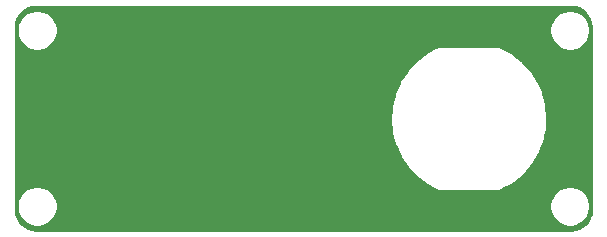
<source format=gtl>
G04 #@! TF.GenerationSoftware,KiCad,Pcbnew,(5.1.10)-1*
G04 #@! TF.CreationDate,2022-01-19T22:36:39+01:00*
G04 #@! TF.ProjectId,ELPanelFront,454c5061-6e65-46c4-9672-6f6e742e6b69,3.0*
G04 #@! TF.SameCoordinates,Original*
G04 #@! TF.FileFunction,Copper,L1,Top*
G04 #@! TF.FilePolarity,Positive*
%FSLAX46Y46*%
G04 Gerber Fmt 4.6, Leading zero omitted, Abs format (unit mm)*
G04 Created by KiCad (PCBNEW (5.1.10)-1) date 2022-01-19 22:36:39*
%MOMM*%
%LPD*%
G01*
G04 APERTURE LIST*
G04 #@! TA.AperFunction,NonConductor*
%ADD10C,0.254000*%
G04 #@! TD*
G04 #@! TA.AperFunction,NonConductor*
%ADD11C,0.100000*%
G04 #@! TD*
G04 APERTURE END LIST*
D10*
X178777638Y-96695290D02*
X179092802Y-96790444D01*
X179383481Y-96945000D01*
X179638600Y-97153071D01*
X179848450Y-97406736D01*
X180005030Y-97696323D01*
X180102383Y-98010820D01*
X180140000Y-98368721D01*
X180140001Y-113817712D01*
X180104710Y-114177638D01*
X180009556Y-114492802D01*
X179855000Y-114783481D01*
X179646929Y-115038600D01*
X179393264Y-115248450D01*
X179103673Y-115405032D01*
X178789181Y-115502383D01*
X178431279Y-115540000D01*
X133182278Y-115540000D01*
X132822362Y-115504710D01*
X132507198Y-115409556D01*
X132216519Y-115255000D01*
X131961400Y-115046929D01*
X131751550Y-114793264D01*
X131594968Y-114503673D01*
X131497617Y-114189181D01*
X131460000Y-113831279D01*
X131460000Y-113379117D01*
X131515000Y-113379117D01*
X131515000Y-113720883D01*
X131581675Y-114056081D01*
X131712463Y-114371831D01*
X131902337Y-114655998D01*
X132144002Y-114897663D01*
X132428169Y-115087537D01*
X132743919Y-115218325D01*
X133079117Y-115285000D01*
X133420883Y-115285000D01*
X133756081Y-115218325D01*
X134071831Y-115087537D01*
X134355998Y-114897663D01*
X134597663Y-114655998D01*
X134787537Y-114371831D01*
X134918325Y-114056081D01*
X134985000Y-113720883D01*
X134985000Y-113379117D01*
X176615000Y-113379117D01*
X176615000Y-113720883D01*
X176681675Y-114056081D01*
X176812463Y-114371831D01*
X177002337Y-114655998D01*
X177244002Y-114897663D01*
X177528169Y-115087537D01*
X177843919Y-115218325D01*
X178179117Y-115285000D01*
X178520883Y-115285000D01*
X178856081Y-115218325D01*
X179171831Y-115087537D01*
X179455998Y-114897663D01*
X179697663Y-114655998D01*
X179887537Y-114371831D01*
X180018325Y-114056081D01*
X180085000Y-113720883D01*
X180085000Y-113379117D01*
X180018325Y-113043919D01*
X179887537Y-112728169D01*
X179697663Y-112444002D01*
X179455998Y-112202337D01*
X179171831Y-112012463D01*
X178856081Y-111881675D01*
X178520883Y-111815000D01*
X178179117Y-111815000D01*
X177843919Y-111881675D01*
X177528169Y-112012463D01*
X177244002Y-112202337D01*
X177002337Y-112444002D01*
X176812463Y-112728169D01*
X176681675Y-113043919D01*
X176615000Y-113379117D01*
X134985000Y-113379117D01*
X134918325Y-113043919D01*
X134787537Y-112728169D01*
X134597663Y-112444002D01*
X134355998Y-112202337D01*
X134071831Y-112012463D01*
X133756081Y-111881675D01*
X133420883Y-111815000D01*
X133079117Y-111815000D01*
X132743919Y-111881675D01*
X132428169Y-112012463D01*
X132144002Y-112202337D01*
X131902337Y-112444002D01*
X131712463Y-112728169D01*
X131581675Y-113043919D01*
X131515000Y-113379117D01*
X131460000Y-113379117D01*
X131460000Y-106127263D01*
X163142056Y-106127263D01*
X163142618Y-106173302D01*
X163142056Y-106219342D01*
X163143377Y-106235414D01*
X163235911Y-107214312D01*
X163243986Y-107259646D01*
X163250950Y-107305154D01*
X163254875Y-107320778D01*
X163254878Y-107320795D01*
X163254883Y-107320809D01*
X163506048Y-108271435D01*
X163521419Y-108314842D01*
X163535722Y-108358601D01*
X163542148Y-108373378D01*
X163542152Y-108373390D01*
X163542157Y-108373400D01*
X163945214Y-109270243D01*
X163967467Y-109310555D01*
X163988726Y-109351393D01*
X163997478Y-109364921D01*
X163997484Y-109364932D01*
X163997490Y-109364940D01*
X164541614Y-110183912D01*
X164570140Y-110220033D01*
X164597795Y-110256866D01*
X164608641Y-110268785D01*
X164608648Y-110268793D01*
X164608655Y-110268799D01*
X165279232Y-110987905D01*
X165313289Y-111018895D01*
X165346574Y-111050703D01*
X165359221Y-111060690D01*
X165359229Y-111060698D01*
X165359237Y-111060703D01*
X166138258Y-111660630D01*
X166176917Y-111685640D01*
X166214953Y-111711586D01*
X166229054Y-111719369D01*
X166229070Y-111719380D01*
X166229085Y-111719387D01*
X167038978Y-112153647D01*
X167039538Y-112154106D01*
X167154248Y-112215291D01*
X167278691Y-112252922D01*
X167375663Y-112262388D01*
X172235089Y-112258147D01*
X172332044Y-112248512D01*
X172456421Y-112210664D01*
X172493772Y-112190658D01*
X172597291Y-112144025D01*
X172617215Y-112133004D01*
X172638099Y-112123923D01*
X172652217Y-112116130D01*
X173507158Y-111630455D01*
X173545187Y-111604514D01*
X173583852Y-111579500D01*
X173596499Y-111569512D01*
X173596508Y-111569506D01*
X173596515Y-111569499D01*
X174360646Y-110950718D01*
X174393939Y-110918903D01*
X174427987Y-110887921D01*
X174438833Y-110876001D01*
X174438841Y-110875994D01*
X174438846Y-110875987D01*
X175091654Y-110140713D01*
X175119296Y-110103897D01*
X175147836Y-110067759D01*
X175156596Y-110054219D01*
X175680552Y-109222190D01*
X175701818Y-109181339D01*
X175724064Y-109141040D01*
X175730495Y-109126251D01*
X176111524Y-108219818D01*
X176125828Y-108176054D01*
X176141197Y-108132652D01*
X176145126Y-108117012D01*
X176372995Y-107160519D01*
X176379957Y-107115021D01*
X176388034Y-107069676D01*
X176389355Y-107053604D01*
X176457944Y-106072738D01*
X176457382Y-106026698D01*
X176457944Y-105980658D01*
X176456623Y-105964586D01*
X176364089Y-104985688D01*
X176356014Y-104940354D01*
X176349050Y-104894846D01*
X176345125Y-104879222D01*
X176345122Y-104879205D01*
X176345117Y-104879191D01*
X176093951Y-103928565D01*
X176078588Y-103885180D01*
X176064278Y-103841399D01*
X176057848Y-103826611D01*
X175654786Y-102929757D01*
X175632533Y-102889445D01*
X175611274Y-102848607D01*
X175602515Y-102835067D01*
X175058386Y-102016088D01*
X175029851Y-101979956D01*
X175002205Y-101943135D01*
X174991352Y-101931207D01*
X174320768Y-101212095D01*
X174286708Y-101181102D01*
X174253426Y-101149298D01*
X174240771Y-101139303D01*
X173461742Y-100539370D01*
X173423082Y-100514359D01*
X173385048Y-100488414D01*
X173370941Y-100480627D01*
X173370930Y-100480620D01*
X173370920Y-100480616D01*
X172561022Y-100046353D01*
X172560462Y-100045894D01*
X172445752Y-99984709D01*
X172321309Y-99947078D01*
X172224337Y-99937612D01*
X167364912Y-99941853D01*
X167267956Y-99951488D01*
X167143579Y-99989336D01*
X167106228Y-100009342D01*
X167002708Y-100055975D01*
X166982779Y-100066999D01*
X166961902Y-100076077D01*
X166947784Y-100083870D01*
X166092842Y-100569544D01*
X166054804Y-100595492D01*
X166016148Y-100620500D01*
X166003492Y-100630495D01*
X165239354Y-101249282D01*
X165206061Y-101281097D01*
X165172013Y-101312079D01*
X165161167Y-101323999D01*
X165161159Y-101324006D01*
X165161154Y-101324013D01*
X164508346Y-102059287D01*
X164480704Y-102096103D01*
X164452164Y-102132241D01*
X164443404Y-102145781D01*
X163919447Y-102977811D01*
X163898181Y-103018662D01*
X163875936Y-103058960D01*
X163869505Y-103073749D01*
X163488476Y-103980182D01*
X163474177Y-104023931D01*
X163458802Y-104067348D01*
X163454874Y-104082989D01*
X163227005Y-105039481D01*
X163220039Y-105084999D01*
X163211966Y-105130324D01*
X163210646Y-105146380D01*
X163210644Y-105146395D01*
X163210644Y-105146408D01*
X163142056Y-106127263D01*
X131460000Y-106127263D01*
X131460000Y-98479117D01*
X131515000Y-98479117D01*
X131515000Y-98820883D01*
X131581675Y-99156081D01*
X131712463Y-99471831D01*
X131902337Y-99755998D01*
X132144002Y-99997663D01*
X132428169Y-100187537D01*
X132743919Y-100318325D01*
X133079117Y-100385000D01*
X133420883Y-100385000D01*
X133756081Y-100318325D01*
X134071831Y-100187537D01*
X134355998Y-99997663D01*
X134597663Y-99755998D01*
X134787537Y-99471831D01*
X134918325Y-99156081D01*
X134985000Y-98820883D01*
X134985000Y-98479117D01*
X176615000Y-98479117D01*
X176615000Y-98820883D01*
X176681675Y-99156081D01*
X176812463Y-99471831D01*
X177002337Y-99755998D01*
X177244002Y-99997663D01*
X177528169Y-100187537D01*
X177843919Y-100318325D01*
X178179117Y-100385000D01*
X178520883Y-100385000D01*
X178856081Y-100318325D01*
X179171831Y-100187537D01*
X179455998Y-99997663D01*
X179697663Y-99755998D01*
X179887537Y-99471831D01*
X180018325Y-99156081D01*
X180085000Y-98820883D01*
X180085000Y-98479117D01*
X180018325Y-98143919D01*
X179887537Y-97828169D01*
X179697663Y-97544002D01*
X179455998Y-97302337D01*
X179171831Y-97112463D01*
X178856081Y-96981675D01*
X178520883Y-96915000D01*
X178179117Y-96915000D01*
X177843919Y-96981675D01*
X177528169Y-97112463D01*
X177244002Y-97302337D01*
X177002337Y-97544002D01*
X176812463Y-97828169D01*
X176681675Y-98143919D01*
X176615000Y-98479117D01*
X134985000Y-98479117D01*
X134918325Y-98143919D01*
X134787537Y-97828169D01*
X134597663Y-97544002D01*
X134355998Y-97302337D01*
X134071831Y-97112463D01*
X133756081Y-96981675D01*
X133420883Y-96915000D01*
X133079117Y-96915000D01*
X132743919Y-96981675D01*
X132428169Y-97112463D01*
X132144002Y-97302337D01*
X131902337Y-97544002D01*
X131712463Y-97828169D01*
X131581675Y-98143919D01*
X131515000Y-98479117D01*
X131460000Y-98479117D01*
X131460000Y-98382278D01*
X131495290Y-98022362D01*
X131590444Y-97707198D01*
X131745000Y-97416519D01*
X131953071Y-97161400D01*
X132206736Y-96951550D01*
X132496323Y-96794970D01*
X132810820Y-96697617D01*
X133168721Y-96660000D01*
X178417722Y-96660000D01*
X178777638Y-96695290D01*
G04 #@! TA.AperFunction,NonConductor*
D11*
G36*
X178777638Y-96695290D02*
G01*
X179092802Y-96790444D01*
X179383481Y-96945000D01*
X179638600Y-97153071D01*
X179848450Y-97406736D01*
X180005030Y-97696323D01*
X180102383Y-98010820D01*
X180140000Y-98368721D01*
X180140001Y-113817712D01*
X180104710Y-114177638D01*
X180009556Y-114492802D01*
X179855000Y-114783481D01*
X179646929Y-115038600D01*
X179393264Y-115248450D01*
X179103673Y-115405032D01*
X178789181Y-115502383D01*
X178431279Y-115540000D01*
X133182278Y-115540000D01*
X132822362Y-115504710D01*
X132507198Y-115409556D01*
X132216519Y-115255000D01*
X131961400Y-115046929D01*
X131751550Y-114793264D01*
X131594968Y-114503673D01*
X131497617Y-114189181D01*
X131460000Y-113831279D01*
X131460000Y-113379117D01*
X131515000Y-113379117D01*
X131515000Y-113720883D01*
X131581675Y-114056081D01*
X131712463Y-114371831D01*
X131902337Y-114655998D01*
X132144002Y-114897663D01*
X132428169Y-115087537D01*
X132743919Y-115218325D01*
X133079117Y-115285000D01*
X133420883Y-115285000D01*
X133756081Y-115218325D01*
X134071831Y-115087537D01*
X134355998Y-114897663D01*
X134597663Y-114655998D01*
X134787537Y-114371831D01*
X134918325Y-114056081D01*
X134985000Y-113720883D01*
X134985000Y-113379117D01*
X176615000Y-113379117D01*
X176615000Y-113720883D01*
X176681675Y-114056081D01*
X176812463Y-114371831D01*
X177002337Y-114655998D01*
X177244002Y-114897663D01*
X177528169Y-115087537D01*
X177843919Y-115218325D01*
X178179117Y-115285000D01*
X178520883Y-115285000D01*
X178856081Y-115218325D01*
X179171831Y-115087537D01*
X179455998Y-114897663D01*
X179697663Y-114655998D01*
X179887537Y-114371831D01*
X180018325Y-114056081D01*
X180085000Y-113720883D01*
X180085000Y-113379117D01*
X180018325Y-113043919D01*
X179887537Y-112728169D01*
X179697663Y-112444002D01*
X179455998Y-112202337D01*
X179171831Y-112012463D01*
X178856081Y-111881675D01*
X178520883Y-111815000D01*
X178179117Y-111815000D01*
X177843919Y-111881675D01*
X177528169Y-112012463D01*
X177244002Y-112202337D01*
X177002337Y-112444002D01*
X176812463Y-112728169D01*
X176681675Y-113043919D01*
X176615000Y-113379117D01*
X134985000Y-113379117D01*
X134918325Y-113043919D01*
X134787537Y-112728169D01*
X134597663Y-112444002D01*
X134355998Y-112202337D01*
X134071831Y-112012463D01*
X133756081Y-111881675D01*
X133420883Y-111815000D01*
X133079117Y-111815000D01*
X132743919Y-111881675D01*
X132428169Y-112012463D01*
X132144002Y-112202337D01*
X131902337Y-112444002D01*
X131712463Y-112728169D01*
X131581675Y-113043919D01*
X131515000Y-113379117D01*
X131460000Y-113379117D01*
X131460000Y-106127263D01*
X163142056Y-106127263D01*
X163142618Y-106173302D01*
X163142056Y-106219342D01*
X163143377Y-106235414D01*
X163235911Y-107214312D01*
X163243986Y-107259646D01*
X163250950Y-107305154D01*
X163254875Y-107320778D01*
X163254878Y-107320795D01*
X163254883Y-107320809D01*
X163506048Y-108271435D01*
X163521419Y-108314842D01*
X163535722Y-108358601D01*
X163542148Y-108373378D01*
X163542152Y-108373390D01*
X163542157Y-108373400D01*
X163945214Y-109270243D01*
X163967467Y-109310555D01*
X163988726Y-109351393D01*
X163997478Y-109364921D01*
X163997484Y-109364932D01*
X163997490Y-109364940D01*
X164541614Y-110183912D01*
X164570140Y-110220033D01*
X164597795Y-110256866D01*
X164608641Y-110268785D01*
X164608648Y-110268793D01*
X164608655Y-110268799D01*
X165279232Y-110987905D01*
X165313289Y-111018895D01*
X165346574Y-111050703D01*
X165359221Y-111060690D01*
X165359229Y-111060698D01*
X165359237Y-111060703D01*
X166138258Y-111660630D01*
X166176917Y-111685640D01*
X166214953Y-111711586D01*
X166229054Y-111719369D01*
X166229070Y-111719380D01*
X166229085Y-111719387D01*
X167038978Y-112153647D01*
X167039538Y-112154106D01*
X167154248Y-112215291D01*
X167278691Y-112252922D01*
X167375663Y-112262388D01*
X172235089Y-112258147D01*
X172332044Y-112248512D01*
X172456421Y-112210664D01*
X172493772Y-112190658D01*
X172597291Y-112144025D01*
X172617215Y-112133004D01*
X172638099Y-112123923D01*
X172652217Y-112116130D01*
X173507158Y-111630455D01*
X173545187Y-111604514D01*
X173583852Y-111579500D01*
X173596499Y-111569512D01*
X173596508Y-111569506D01*
X173596515Y-111569499D01*
X174360646Y-110950718D01*
X174393939Y-110918903D01*
X174427987Y-110887921D01*
X174438833Y-110876001D01*
X174438841Y-110875994D01*
X174438846Y-110875987D01*
X175091654Y-110140713D01*
X175119296Y-110103897D01*
X175147836Y-110067759D01*
X175156596Y-110054219D01*
X175680552Y-109222190D01*
X175701818Y-109181339D01*
X175724064Y-109141040D01*
X175730495Y-109126251D01*
X176111524Y-108219818D01*
X176125828Y-108176054D01*
X176141197Y-108132652D01*
X176145126Y-108117012D01*
X176372995Y-107160519D01*
X176379957Y-107115021D01*
X176388034Y-107069676D01*
X176389355Y-107053604D01*
X176457944Y-106072738D01*
X176457382Y-106026698D01*
X176457944Y-105980658D01*
X176456623Y-105964586D01*
X176364089Y-104985688D01*
X176356014Y-104940354D01*
X176349050Y-104894846D01*
X176345125Y-104879222D01*
X176345122Y-104879205D01*
X176345117Y-104879191D01*
X176093951Y-103928565D01*
X176078588Y-103885180D01*
X176064278Y-103841399D01*
X176057848Y-103826611D01*
X175654786Y-102929757D01*
X175632533Y-102889445D01*
X175611274Y-102848607D01*
X175602515Y-102835067D01*
X175058386Y-102016088D01*
X175029851Y-101979956D01*
X175002205Y-101943135D01*
X174991352Y-101931207D01*
X174320768Y-101212095D01*
X174286708Y-101181102D01*
X174253426Y-101149298D01*
X174240771Y-101139303D01*
X173461742Y-100539370D01*
X173423082Y-100514359D01*
X173385048Y-100488414D01*
X173370941Y-100480627D01*
X173370930Y-100480620D01*
X173370920Y-100480616D01*
X172561022Y-100046353D01*
X172560462Y-100045894D01*
X172445752Y-99984709D01*
X172321309Y-99947078D01*
X172224337Y-99937612D01*
X167364912Y-99941853D01*
X167267956Y-99951488D01*
X167143579Y-99989336D01*
X167106228Y-100009342D01*
X167002708Y-100055975D01*
X166982779Y-100066999D01*
X166961902Y-100076077D01*
X166947784Y-100083870D01*
X166092842Y-100569544D01*
X166054804Y-100595492D01*
X166016148Y-100620500D01*
X166003492Y-100630495D01*
X165239354Y-101249282D01*
X165206061Y-101281097D01*
X165172013Y-101312079D01*
X165161167Y-101323999D01*
X165161159Y-101324006D01*
X165161154Y-101324013D01*
X164508346Y-102059287D01*
X164480704Y-102096103D01*
X164452164Y-102132241D01*
X164443404Y-102145781D01*
X163919447Y-102977811D01*
X163898181Y-103018662D01*
X163875936Y-103058960D01*
X163869505Y-103073749D01*
X163488476Y-103980182D01*
X163474177Y-104023931D01*
X163458802Y-104067348D01*
X163454874Y-104082989D01*
X163227005Y-105039481D01*
X163220039Y-105084999D01*
X163211966Y-105130324D01*
X163210646Y-105146380D01*
X163210644Y-105146395D01*
X163210644Y-105146408D01*
X163142056Y-106127263D01*
X131460000Y-106127263D01*
X131460000Y-98479117D01*
X131515000Y-98479117D01*
X131515000Y-98820883D01*
X131581675Y-99156081D01*
X131712463Y-99471831D01*
X131902337Y-99755998D01*
X132144002Y-99997663D01*
X132428169Y-100187537D01*
X132743919Y-100318325D01*
X133079117Y-100385000D01*
X133420883Y-100385000D01*
X133756081Y-100318325D01*
X134071831Y-100187537D01*
X134355998Y-99997663D01*
X134597663Y-99755998D01*
X134787537Y-99471831D01*
X134918325Y-99156081D01*
X134985000Y-98820883D01*
X134985000Y-98479117D01*
X176615000Y-98479117D01*
X176615000Y-98820883D01*
X176681675Y-99156081D01*
X176812463Y-99471831D01*
X177002337Y-99755998D01*
X177244002Y-99997663D01*
X177528169Y-100187537D01*
X177843919Y-100318325D01*
X178179117Y-100385000D01*
X178520883Y-100385000D01*
X178856081Y-100318325D01*
X179171831Y-100187537D01*
X179455998Y-99997663D01*
X179697663Y-99755998D01*
X179887537Y-99471831D01*
X180018325Y-99156081D01*
X180085000Y-98820883D01*
X180085000Y-98479117D01*
X180018325Y-98143919D01*
X179887537Y-97828169D01*
X179697663Y-97544002D01*
X179455998Y-97302337D01*
X179171831Y-97112463D01*
X178856081Y-96981675D01*
X178520883Y-96915000D01*
X178179117Y-96915000D01*
X177843919Y-96981675D01*
X177528169Y-97112463D01*
X177244002Y-97302337D01*
X177002337Y-97544002D01*
X176812463Y-97828169D01*
X176681675Y-98143919D01*
X176615000Y-98479117D01*
X134985000Y-98479117D01*
X134918325Y-98143919D01*
X134787537Y-97828169D01*
X134597663Y-97544002D01*
X134355998Y-97302337D01*
X134071831Y-97112463D01*
X133756081Y-96981675D01*
X133420883Y-96915000D01*
X133079117Y-96915000D01*
X132743919Y-96981675D01*
X132428169Y-97112463D01*
X132144002Y-97302337D01*
X131902337Y-97544002D01*
X131712463Y-97828169D01*
X131581675Y-98143919D01*
X131515000Y-98479117D01*
X131460000Y-98479117D01*
X131460000Y-98382278D01*
X131495290Y-98022362D01*
X131590444Y-97707198D01*
X131745000Y-97416519D01*
X131953071Y-97161400D01*
X132206736Y-96951550D01*
X132496323Y-96794970D01*
X132810820Y-96697617D01*
X133168721Y-96660000D01*
X178417722Y-96660000D01*
X178777638Y-96695290D01*
G37*
G04 #@! TD.AperFunction*
M02*

</source>
